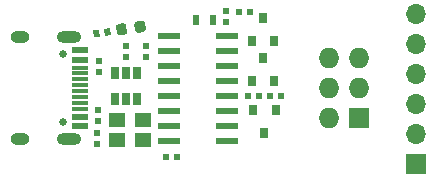
<source format=gts>
G04 #@! TF.GenerationSoftware,KiCad,Pcbnew,5.1.5-52549c5~84~ubuntu19.10.1*
G04 #@! TF.CreationDate,2020-04-02T17:38:40+02:00*
G04 #@! TF.ProjectId,ESP-TC-PROG,4553502d-5443-42d5-9052-4f472e6b6963,rev?*
G04 #@! TF.SameCoordinates,Original*
G04 #@! TF.FileFunction,Soldermask,Top*
G04 #@! TF.FilePolarity,Negative*
%FSLAX46Y46*%
G04 Gerber Fmt 4.6, Leading zero omitted, Abs format (unit mm)*
G04 Created by KiCad (PCBNEW 5.1.5-52549c5~84~ubuntu19.10.1) date 2020-04-02 17:38:40*
%MOMM*%
%LPD*%
G04 APERTURE LIST*
%ADD10R,0.800000X0.900000*%
%ADD11O,1.727200X1.727200*%
%ADD12R,1.727200X1.727200*%
%ADD13O,1.700000X1.700000*%
%ADD14R,1.700000X1.700000*%
%ADD15R,1.400000X1.200000*%
%ADD16R,1.950000X0.600000*%
%ADD17R,0.650000X1.060000*%
%ADD18R,0.500000X0.600000*%
%ADD19C,0.100000*%
%ADD20R,0.600000X0.500000*%
%ADD21R,1.450000X0.600000*%
%ADD22O,2.100000X1.000000*%
%ADD23O,1.600000X1.000000*%
%ADD24C,0.650000*%
%ADD25R,1.450000X0.300000*%
%ADD26R,0.600000X0.900000*%
G04 APERTURE END LIST*
D10*
X122500000Y-94025000D03*
X123450000Y-96025000D03*
X121550000Y-96025000D03*
D11*
X128060000Y-97460000D03*
X130600000Y-97460000D03*
X128060000Y-100000000D03*
X130600000Y-100000000D03*
X128060000Y-102540000D03*
D12*
X130600000Y-102540000D03*
D13*
X135480000Y-93690000D03*
X135480000Y-96230000D03*
X135480000Y-98770000D03*
X135480000Y-101310000D03*
X135480000Y-103850000D03*
D14*
X135480000Y-106390000D03*
D15*
X110090000Y-102650000D03*
X112290000Y-102650000D03*
X112290000Y-104350000D03*
X110090000Y-104350000D03*
D16*
X119475000Y-95555000D03*
X119475000Y-96825000D03*
X119475000Y-98095000D03*
X119475000Y-99365000D03*
X119475000Y-100635000D03*
X119475000Y-101905000D03*
X119475000Y-103175000D03*
X119475000Y-104445000D03*
X114525000Y-104445000D03*
X114525000Y-103175000D03*
X114525000Y-101905000D03*
X114525000Y-100635000D03*
X114525000Y-99365000D03*
X114525000Y-98095000D03*
X114525000Y-96825000D03*
X114525000Y-95555000D03*
D17*
X110900000Y-98700000D03*
X109950000Y-98700000D03*
X111850000Y-98700000D03*
X111850000Y-100900000D03*
X110900000Y-100900000D03*
X109950000Y-100900000D03*
D18*
X121370000Y-93550000D03*
X120430000Y-93550000D03*
X121205000Y-100625000D03*
X122145000Y-100625000D03*
X124045000Y-100625000D03*
X123105000Y-100625000D03*
D19*
G36*
X108588074Y-95035813D02*
G01*
X108676760Y-95629222D01*
X108182252Y-95703127D01*
X108093566Y-95109718D01*
X108588074Y-95035813D01*
G37*
G36*
X109517748Y-94896873D02*
G01*
X109606434Y-95490282D01*
X109111926Y-95564187D01*
X109023240Y-94970778D01*
X109517748Y-94896873D01*
G37*
D20*
X108500000Y-101830000D03*
X108500000Y-102770000D03*
X108600000Y-98620000D03*
X108600000Y-97680000D03*
D10*
X122500000Y-97425000D03*
X123450000Y-99425000D03*
X121550000Y-99425000D03*
X122600000Y-103825000D03*
X121650000Y-101825000D03*
X123550000Y-101825000D03*
D21*
X107000000Y-97600000D03*
X107000000Y-102400000D03*
X107000000Y-103200000D03*
X107000000Y-96800000D03*
D22*
X106085000Y-95680000D03*
X106085000Y-104320000D03*
D23*
X101905000Y-95680000D03*
X101905000Y-104320000D03*
D24*
X105555000Y-102890000D03*
X105555000Y-97110000D03*
D21*
X107000000Y-103200000D03*
X107000000Y-102400000D03*
D25*
X107000000Y-101750000D03*
X107000000Y-101250000D03*
X107000000Y-100750000D03*
X107000000Y-100250000D03*
X107000000Y-99750000D03*
X107000000Y-99250000D03*
X107000000Y-98750000D03*
X107000000Y-98250000D03*
D21*
X107000000Y-97600000D03*
X107000000Y-96800000D03*
D19*
G36*
X112289182Y-94281414D02*
G01*
X112310241Y-94285579D01*
X112330791Y-94291788D01*
X112350633Y-94299981D01*
X112369576Y-94310080D01*
X112387438Y-94321987D01*
X112404047Y-94335588D01*
X112419244Y-94350751D01*
X112432880Y-94367330D01*
X112444826Y-94385166D01*
X112454966Y-94404087D01*
X112463203Y-94423912D01*
X112469457Y-94444447D01*
X112473668Y-94465498D01*
X112549420Y-94972369D01*
X112551548Y-94993730D01*
X112551571Y-95015197D01*
X112549490Y-95036563D01*
X112545325Y-95057623D01*
X112539116Y-95078172D01*
X112530922Y-95098014D01*
X112520824Y-95116957D01*
X112508917Y-95134820D01*
X112495316Y-95151429D01*
X112480153Y-95166625D01*
X112463574Y-95180261D01*
X112445737Y-95192207D01*
X112426816Y-95202348D01*
X112406992Y-95210584D01*
X112386456Y-95216838D01*
X112365407Y-95221049D01*
X111932713Y-95285716D01*
X111911351Y-95287844D01*
X111889884Y-95287867D01*
X111868518Y-95285786D01*
X111847459Y-95281621D01*
X111826909Y-95275412D01*
X111807067Y-95267219D01*
X111788124Y-95257120D01*
X111770262Y-95245213D01*
X111753653Y-95231612D01*
X111738456Y-95216449D01*
X111724820Y-95199870D01*
X111712874Y-95182034D01*
X111702734Y-95163113D01*
X111694497Y-95143288D01*
X111688243Y-95122753D01*
X111684032Y-95101702D01*
X111608280Y-94594831D01*
X111606152Y-94573470D01*
X111606129Y-94552003D01*
X111608210Y-94530637D01*
X111612375Y-94509577D01*
X111618584Y-94489028D01*
X111626778Y-94469186D01*
X111636876Y-94450243D01*
X111648783Y-94432380D01*
X111662384Y-94415771D01*
X111677547Y-94400575D01*
X111694126Y-94386939D01*
X111711963Y-94374993D01*
X111730884Y-94364852D01*
X111750708Y-94356616D01*
X111771244Y-94350362D01*
X111792293Y-94346151D01*
X112224987Y-94281484D01*
X112246349Y-94279356D01*
X112267816Y-94279333D01*
X112289182Y-94281414D01*
G37*
G36*
X110731482Y-94514214D02*
G01*
X110752541Y-94518379D01*
X110773091Y-94524588D01*
X110792933Y-94532781D01*
X110811876Y-94542880D01*
X110829738Y-94554787D01*
X110846347Y-94568388D01*
X110861544Y-94583551D01*
X110875180Y-94600130D01*
X110887126Y-94617966D01*
X110897266Y-94636887D01*
X110905503Y-94656712D01*
X110911757Y-94677247D01*
X110915968Y-94698298D01*
X110991720Y-95205169D01*
X110993848Y-95226530D01*
X110993871Y-95247997D01*
X110991790Y-95269363D01*
X110987625Y-95290423D01*
X110981416Y-95310972D01*
X110973222Y-95330814D01*
X110963124Y-95349757D01*
X110951217Y-95367620D01*
X110937616Y-95384229D01*
X110922453Y-95399425D01*
X110905874Y-95413061D01*
X110888037Y-95425007D01*
X110869116Y-95435148D01*
X110849292Y-95443384D01*
X110828756Y-95449638D01*
X110807707Y-95453849D01*
X110375013Y-95518516D01*
X110353651Y-95520644D01*
X110332184Y-95520667D01*
X110310818Y-95518586D01*
X110289759Y-95514421D01*
X110269209Y-95508212D01*
X110249367Y-95500019D01*
X110230424Y-95489920D01*
X110212562Y-95478013D01*
X110195953Y-95464412D01*
X110180756Y-95449249D01*
X110167120Y-95432670D01*
X110155174Y-95414834D01*
X110145034Y-95395913D01*
X110136797Y-95376088D01*
X110130543Y-95355553D01*
X110126332Y-95334502D01*
X110050580Y-94827631D01*
X110048452Y-94806270D01*
X110048429Y-94784803D01*
X110050510Y-94763437D01*
X110054675Y-94742377D01*
X110060884Y-94721828D01*
X110069078Y-94701986D01*
X110079176Y-94683043D01*
X110091083Y-94665180D01*
X110104684Y-94648571D01*
X110119847Y-94633375D01*
X110136426Y-94619739D01*
X110154263Y-94607793D01*
X110173184Y-94597652D01*
X110193008Y-94589416D01*
X110213544Y-94583162D01*
X110234593Y-94578951D01*
X110667287Y-94514284D01*
X110688649Y-94512156D01*
X110710116Y-94512133D01*
X110731482Y-94514214D01*
G37*
D20*
X112600000Y-96430000D03*
X112600000Y-97370000D03*
X108460000Y-104700000D03*
X108460000Y-103760000D03*
D18*
X115250000Y-105790000D03*
X114310000Y-105790000D03*
D20*
X119350000Y-93430000D03*
X119350000Y-94370000D03*
X110900000Y-96430000D03*
X110900000Y-97370000D03*
D26*
X116800000Y-94200000D03*
X118300000Y-94200000D03*
M02*

</source>
